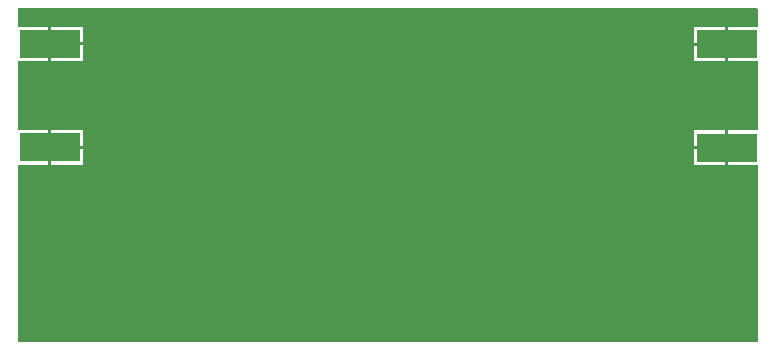
<source format=gbr>
%TF.GenerationSoftware,Altium Limited,Altium Designer,24.6.1 (21)*%
G04 Layer_Physical_Order=2*
G04 Layer_Color=16711680*
%FSLAX45Y45*%
%MOMM*%
%TF.SameCoordinates,938BD6B4-B4CB-411F-8767-7B88C634C079*%
%TF.FilePolarity,Positive*%
%TF.FileFunction,Copper,L2,Bot,Signal*%
%TF.Part,Single*%
G01*
G75*
%TA.AperFunction,ConnectorPad*%
%ADD11R,5.08000X2.41300*%
%TA.AperFunction,ViaPad*%
%ADD21C,1.80000*%
G36*
X8800000Y5362500D02*
Y5209200D01*
X8547540D01*
Y5063150D01*
Y4917100D01*
X8800000D01*
Y4332900D01*
X8547540D01*
Y4186850D01*
Y4040800D01*
X8800000D01*
Y2545000D01*
X2542500D01*
X2540000Y2546036D01*
Y4043300D01*
X2789960D01*
Y4189350D01*
Y4335400D01*
X2540000D01*
Y4919600D01*
X2789960D01*
Y5065650D01*
Y5211700D01*
X2540000D01*
Y5367500D01*
X8789371D01*
X8800000Y5362500D01*
D02*
G37*
%LPC*%
G36*
X3082060Y5211700D02*
X2815360D01*
Y5078350D01*
X3082060D01*
Y5211700D01*
D02*
G37*
G36*
X8522140Y5209200D02*
X8255440D01*
Y5075850D01*
X8522140D01*
Y5209200D01*
D02*
G37*
G36*
X3082060Y5052950D02*
X2815360D01*
Y4919600D01*
X3082060D01*
Y5052950D01*
D02*
G37*
G36*
X8522140Y5050450D02*
X8255440D01*
Y4917100D01*
X8522140D01*
Y5050450D01*
D02*
G37*
G36*
X3082060Y4335400D02*
X2815360D01*
Y4202050D01*
X3082060D01*
Y4335400D01*
D02*
G37*
G36*
X8522140Y4332900D02*
X8255440D01*
Y4199550D01*
X8522140D01*
Y4332900D01*
D02*
G37*
G36*
X3082060Y4176650D02*
X2815360D01*
Y4043300D01*
X3082060D01*
Y4176650D01*
D02*
G37*
G36*
X8522140Y4174150D02*
X8255440D01*
Y4040800D01*
X8522140D01*
Y4174150D01*
D02*
G37*
%LPD*%
D11*
X2802660Y4189350D02*
D03*
Y5065650D02*
D03*
X8534840Y5063150D02*
D03*
Y4186850D02*
D03*
D21*
X8675000Y4185000D02*
D03*
X8397500Y4190000D02*
D03*
X8402500Y5070000D02*
D03*
X8670000D02*
D03*
X2950000Y5075000D02*
D03*
X2670000D02*
D03*
X2942500Y4197500D02*
D03*
X2667500Y4195000D02*
D03*
%TF.MD5,f2a4a04a2e81d9e6467079051ad7f1e0*%
M02*

</source>
